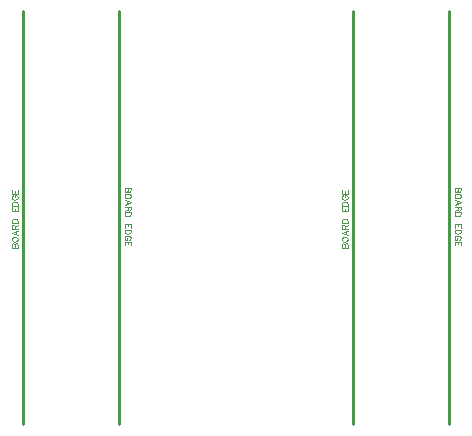
<source format=gbr>
G04 DipTrace 3.3.1.3*
G04 TopAssy.gbr*
%MOIN*%
G04 #@! TF.FileFunction,Drawing,Top*
G04 #@! TF.Part,Single*
%ADD10C,0.009843*%
%ADD24C,0.003088*%
%FSLAX26Y26*%
G04*
G70*
G90*
G75*
G01*
G04 TopAssy*
%LPD*%
X753539Y2031889D2*
D10*
Y655511D1*
X1853539Y2031889D2*
Y655511D1*
X433861D2*
Y2031889D1*
X1533861Y655511D2*
Y2031889D1*
X791838Y1443182D2*
D24*
X771742D1*
Y1434560D1*
X772714Y1431686D1*
X773665Y1430735D1*
X775566Y1429785D1*
X778440D1*
X780364Y1430735D1*
X781314Y1431686D1*
X782265Y1434560D1*
X783238Y1431686D1*
X784188Y1430735D1*
X786090Y1429785D1*
X788013D1*
X789914Y1430735D1*
X790887Y1431686D1*
X791838Y1434560D1*
Y1443182D1*
X782265D2*
Y1434560D1*
X791838Y1417861D2*
X790887Y1419784D1*
X788964Y1421686D1*
X787062Y1422658D1*
X784188Y1423609D1*
X779391D1*
X776539Y1422659D1*
X774616Y1421686D1*
X772714Y1419785D1*
X771742Y1417861D1*
Y1414036D1*
X772714Y1412135D1*
X774616Y1410212D1*
X776539Y1409261D1*
X779391Y1408311D1*
X784188D1*
X787062Y1409261D1*
X788964Y1410212D1*
X790887Y1412135D1*
X791838Y1414036D1*
Y1417861D1*
X771742Y1386814D2*
X791838Y1394486D1*
X771742Y1402135D1*
X778440Y1399261D2*
Y1389688D1*
X782265Y1380638D2*
Y1372039D1*
X783238Y1369165D1*
X784188Y1368192D1*
X786090Y1367241D1*
X788013D1*
X789914Y1368192D1*
X790887Y1369164D1*
X791838Y1372039D1*
Y1380638D1*
X771742D1*
X782265Y1373940D2*
X771742Y1367241D1*
X791838Y1361065D2*
X771742D1*
Y1354367D1*
X772715Y1351493D1*
X774616Y1349569D1*
X776539Y1348619D1*
X779391Y1347668D1*
X784188D1*
X787062Y1348619D1*
X788964Y1349569D1*
X790887Y1351493D1*
X791838Y1354367D1*
Y1361065D1*
Y1309627D2*
Y1322052D1*
X771742D1*
Y1309627D1*
X782265Y1322052D2*
Y1314403D1*
X791838Y1303452D2*
X771742D1*
Y1296753D1*
X772715Y1293879D1*
X774616Y1291956D1*
X776539Y1291005D1*
X779391Y1290054D1*
X784188D1*
X787062Y1291005D1*
X788964Y1291956D1*
X790887Y1293879D1*
X791838Y1296753D1*
Y1303452D1*
X787062Y1269531D2*
X788964Y1270481D1*
X790887Y1272405D1*
X791838Y1274306D1*
Y1278131D1*
X790887Y1280054D1*
X788964Y1281955D1*
X787062Y1282928D1*
X784188Y1283879D1*
X779391D1*
X776539Y1282928D1*
X774616Y1281955D1*
X772715Y1280054D1*
X771742Y1278131D1*
Y1274306D1*
X772715Y1272405D1*
X774616Y1270481D1*
X776539Y1269531D1*
X779391D1*
Y1274306D1*
X791838Y1250930D2*
Y1263355D1*
X771742D1*
Y1250930D1*
X782265Y1263355D2*
Y1255706D1*
X1891838Y1443182D2*
X1871742D1*
Y1434560D1*
X1872714Y1431686D1*
X1873665Y1430735D1*
X1875566Y1429785D1*
X1878440D1*
X1880364Y1430735D1*
X1881314Y1431686D1*
X1882265Y1434560D1*
X1883238Y1431686D1*
X1884188Y1430735D1*
X1886090Y1429785D1*
X1888013D1*
X1889914Y1430735D1*
X1890887Y1431686D1*
X1891838Y1434560D1*
Y1443182D1*
X1882265D2*
Y1434560D1*
X1891838Y1417861D2*
X1890887Y1419784D1*
X1888964Y1421686D1*
X1887062Y1422658D1*
X1884188Y1423609D1*
X1879391D1*
X1876539Y1422659D1*
X1874616Y1421686D1*
X1872714Y1419785D1*
X1871742Y1417861D1*
Y1414036D1*
X1872714Y1412135D1*
X1874616Y1410212D1*
X1876539Y1409261D1*
X1879391Y1408311D1*
X1884188D1*
X1887062Y1409261D1*
X1888964Y1410212D1*
X1890887Y1412135D1*
X1891838Y1414036D1*
Y1417861D1*
X1871742Y1386814D2*
X1891838Y1394486D1*
X1871742Y1402135D1*
X1878440Y1399261D2*
Y1389688D1*
X1882265Y1380638D2*
Y1372039D1*
X1883238Y1369165D1*
X1884188Y1368192D1*
X1886090Y1367241D1*
X1888013D1*
X1889914Y1368192D1*
X1890887Y1369164D1*
X1891838Y1372039D1*
Y1380638D1*
X1871742D1*
X1882265Y1373940D2*
X1871742Y1367241D1*
X1891838Y1361065D2*
X1871742D1*
Y1354367D1*
X1872715Y1351493D1*
X1874616Y1349569D1*
X1876539Y1348619D1*
X1879391Y1347668D1*
X1884188D1*
X1887062Y1348619D1*
X1888964Y1349569D1*
X1890887Y1351493D1*
X1891838Y1354367D1*
Y1361065D1*
Y1309627D2*
Y1322052D1*
X1871742D1*
Y1309627D1*
X1882265Y1322052D2*
Y1314403D1*
X1891838Y1303452D2*
X1871742D1*
Y1296753D1*
X1872715Y1293879D1*
X1874616Y1291956D1*
X1876539Y1291005D1*
X1879391Y1290054D1*
X1884188D1*
X1887062Y1291005D1*
X1888964Y1291956D1*
X1890887Y1293879D1*
X1891838Y1296753D1*
Y1303452D1*
X1887062Y1269531D2*
X1888964Y1270481D1*
X1890887Y1272405D1*
X1891838Y1274306D1*
Y1278131D1*
X1890887Y1280054D1*
X1888964Y1281955D1*
X1887062Y1282928D1*
X1884188Y1283879D1*
X1879391D1*
X1876539Y1282928D1*
X1874616Y1281955D1*
X1872715Y1280054D1*
X1871742Y1278131D1*
Y1274306D1*
X1872715Y1272405D1*
X1874616Y1270481D1*
X1876539Y1269531D1*
X1879391D1*
Y1274306D1*
X1891838Y1250930D2*
Y1263355D1*
X1871742D1*
Y1250930D1*
X1882265Y1263355D2*
Y1255706D1*
X395562Y1244218D2*
X415658D1*
Y1252840D1*
X414686Y1255714D1*
X413735Y1256665D1*
X411834Y1257615D1*
X408960D1*
X407036Y1256665D1*
X406086Y1255714D1*
X405135Y1252840D1*
X404162Y1255714D1*
X403212Y1256665D1*
X401310Y1257615D1*
X399387D1*
X397486Y1256665D1*
X396513Y1255714D1*
X395562Y1252840D1*
Y1244218D1*
X405135D2*
Y1252840D1*
X395562Y1269539D2*
X396513Y1267616D1*
X398436Y1265714D1*
X400338Y1264742D1*
X403212Y1263791D1*
X408009D1*
X410861Y1264741D1*
X412784Y1265714D1*
X414686Y1267615D1*
X415658Y1269539D1*
Y1273364D1*
X414686Y1275265D1*
X412784Y1277188D1*
X410861Y1278139D1*
X408009Y1279089D1*
X403212D1*
X400338Y1278139D1*
X398436Y1277188D1*
X396513Y1275265D1*
X395562Y1273364D1*
Y1269539D1*
X415658Y1300586D2*
X395562Y1292914D1*
X415658Y1285265D1*
X408960Y1288139D2*
Y1297712D1*
X405135Y1306762D2*
Y1315361D1*
X404162Y1318235D1*
X403212Y1319208D1*
X401310Y1320159D1*
X399387D1*
X397486Y1319208D1*
X396513Y1318236D1*
X395562Y1315361D1*
Y1306762D1*
X415658D1*
X405135Y1313460D2*
X415658Y1320159D1*
X395562Y1326335D2*
X415658D1*
Y1333033D1*
X414685Y1335907D1*
X412784Y1337831D1*
X410861Y1338781D1*
X408009Y1339732D1*
X403212D1*
X400338Y1338781D1*
X398436Y1337831D1*
X396513Y1335907D1*
X395562Y1333033D1*
Y1326335D1*
Y1377773D2*
Y1365348D1*
X415658D1*
Y1377773D1*
X405135Y1365348D2*
Y1372997D1*
X395562Y1383948D2*
X415658D1*
Y1390647D1*
X414685Y1393521D1*
X412784Y1395444D1*
X410861Y1396395D1*
X408009Y1397346D1*
X403212D1*
X400338Y1396395D1*
X398436Y1395444D1*
X396513Y1393521D1*
X395562Y1390647D1*
Y1383948D1*
X400338Y1417869D2*
X398436Y1416919D1*
X396513Y1414995D1*
X395562Y1413094D1*
Y1409269D1*
X396513Y1407346D1*
X398436Y1405445D1*
X400338Y1404472D1*
X403212Y1403521D1*
X408009D1*
X410861Y1404472D1*
X412784Y1405445D1*
X414685Y1407346D1*
X415658Y1409269D1*
Y1413094D1*
X414685Y1414995D1*
X412784Y1416919D1*
X410861Y1417869D1*
X408009D1*
Y1413094D1*
X395562Y1436470D2*
Y1424045D1*
X415658D1*
Y1436470D1*
X405135Y1424045D2*
Y1431694D1*
X1495562Y1244218D2*
X1515658D1*
Y1252840D1*
X1514686Y1255714D1*
X1513735Y1256665D1*
X1511834Y1257615D1*
X1508960D1*
X1507036Y1256665D1*
X1506086Y1255714D1*
X1505135Y1252840D1*
X1504162Y1255714D1*
X1503212Y1256665D1*
X1501310Y1257615D1*
X1499387D1*
X1497486Y1256665D1*
X1496513Y1255714D1*
X1495562Y1252840D1*
Y1244218D1*
X1505135D2*
Y1252840D1*
X1495562Y1269539D2*
X1496513Y1267616D1*
X1498436Y1265714D1*
X1500338Y1264742D1*
X1503212Y1263791D1*
X1508009D1*
X1510861Y1264741D1*
X1512784Y1265714D1*
X1514686Y1267615D1*
X1515658Y1269539D1*
Y1273364D1*
X1514686Y1275265D1*
X1512784Y1277188D1*
X1510861Y1278139D1*
X1508009Y1279089D1*
X1503212D1*
X1500338Y1278139D1*
X1498436Y1277188D1*
X1496513Y1275265D1*
X1495562Y1273364D1*
Y1269539D1*
X1515658Y1300586D2*
X1495562Y1292914D1*
X1515658Y1285265D1*
X1508960Y1288139D2*
Y1297712D1*
X1505135Y1306762D2*
Y1315361D1*
X1504162Y1318235D1*
X1503212Y1319208D1*
X1501310Y1320159D1*
X1499387D1*
X1497486Y1319208D1*
X1496513Y1318236D1*
X1495562Y1315361D1*
Y1306762D1*
X1515658D1*
X1505135Y1313460D2*
X1515658Y1320159D1*
X1495562Y1326335D2*
X1515658D1*
Y1333033D1*
X1514685Y1335907D1*
X1512784Y1337831D1*
X1510861Y1338781D1*
X1508009Y1339732D1*
X1503212D1*
X1500338Y1338781D1*
X1498436Y1337831D1*
X1496513Y1335907D1*
X1495562Y1333033D1*
Y1326335D1*
Y1377773D2*
Y1365348D1*
X1515658D1*
Y1377773D1*
X1505135Y1365348D2*
Y1372997D1*
X1495562Y1383948D2*
X1515658D1*
Y1390647D1*
X1514685Y1393521D1*
X1512784Y1395444D1*
X1510861Y1396395D1*
X1508009Y1397346D1*
X1503212D1*
X1500338Y1396395D1*
X1498436Y1395444D1*
X1496513Y1393521D1*
X1495562Y1390647D1*
Y1383948D1*
X1500338Y1417869D2*
X1498436Y1416919D1*
X1496513Y1414995D1*
X1495562Y1413094D1*
Y1409269D1*
X1496513Y1407346D1*
X1498436Y1405445D1*
X1500338Y1404472D1*
X1503212Y1403521D1*
X1508009D1*
X1510861Y1404472D1*
X1512784Y1405445D1*
X1514685Y1407346D1*
X1515658Y1409269D1*
Y1413094D1*
X1514685Y1414995D1*
X1512784Y1416919D1*
X1510861Y1417869D1*
X1508009D1*
Y1413094D1*
X1495562Y1436470D2*
Y1424045D1*
X1515658D1*
Y1436470D1*
X1505135Y1424045D2*
Y1431694D1*
M02*

</source>
